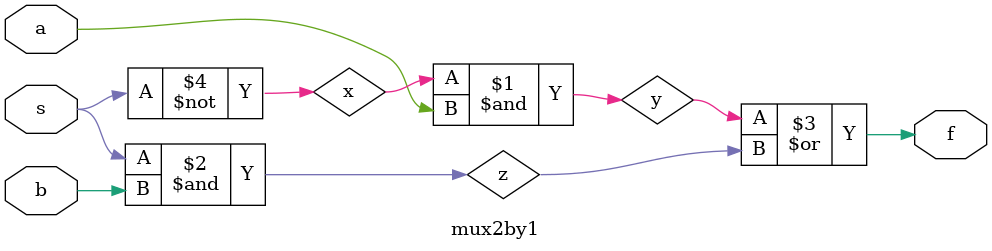
<source format=v>
module mux2by1
  ( input s,a,b,
    output f);
    wire x,y,z;
  not(x,s);
  and(y,x,a);
  and(z,s,b);
  or(f,y,z);
endmodule

</source>
